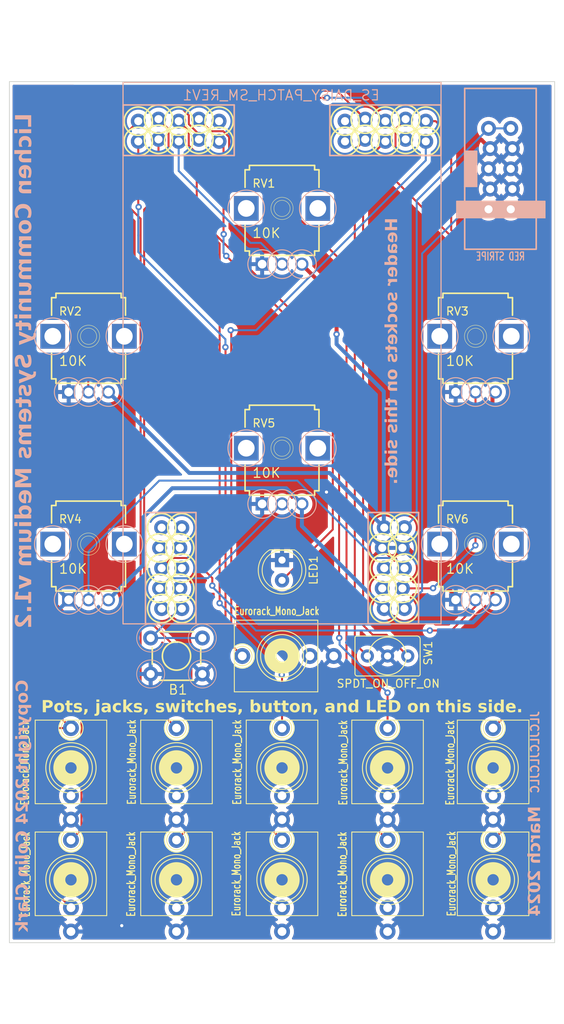
<source format=kicad_pcb>
(kicad_pcb (version 20221018) (generator pcbnew)
  (title_block (title "Lichen Medium") (date "2024-01-07") (rev "1.0") (company "Lichen Community Systems") (comment 1 "Copyright 2024 Colin Clark"))
  (layers (0 "F.Cu" signal) (31 "B.Cu" signal) (34 "B.Paste" user) (35 "F.Paste" user) (36 "B.SilkS" user "B.Silkscreen") (37 "F.SilkS" user "F.Silkscreen") (38 "B.Mask" user) (39 "F.Mask" user) (44 "Edge.Cuts" user))
  (net 0 "")
  (net 1 "BUTTON")
  (net 2 "GND")
  (net 3 "CV_IN_1")
  (net 5 "CV_IN_2")
  (net 7 "CV_IN_3")
  (net 9 "CV_IN_6")
  (net 11 "CV_IN_5")
  (net 13 "CV_IN_4")
  (net 15 "AUDIO_IN_L")
  (net 17 "AUDIO_IN_R")
  (net 18 "AUDIO_OUT_L")
  (net 20 "AUDIO_OUT_R")
  (net 24 "POT_CV_6")
  (net 26 "POT_CV_5")
  (net 31 "POT_CV_1")
  (net 32 "POT_CV_2")
  (net 33 "CV_OUT_LED")
  (net 37 "SWITCH_ON_LEFT")
  (net 38 "SWITCH_ON_RIGHT")
  (net 40 "-12V")
  (net 41 "+3.3V")
  (net 42 "POT_CV_3")
  (net 44 "POT_CV_4")
  (net 46 "+12V")
  (net 47 "+5V")
  (net 48 "GATEIN")
  (footprint "winterbloom:AudioJack_WQP518MA" (layer "F.Cu") (at 161.95 210.43)
    (fp_text reference "J10")
    (fp_text value "Eurorack_Mono_Jack" (at -5.24 -0.77 270) (layer "F.SilkS") (effects (font (size 1 0.7) (thickness 0.153) bold)))
    (pad "S" thru_hole circle (at 0 6.5) (size 2 2) (drill 1.1) (layers "*.Cu" "*.Mask") (net 2 "GND"))
    (pad "T" thru_hole circle (at 0 -5) (size 2 2) (drill 1.1) (layers "*.Cu" "*.Mask") (net 20 "AUDIO_OUT_R"))
    (pad "TN" thru_hole circle (at 0 3.5) (size 2 2) (drill 1.1) (layers "*.Cu" "*.Mask"))
    (zone (net 0) (net_name "") (layer "F.Cu") (connect_pads (clearance 0)) (min_thickness 0.254)
      (keepout (tracks not_allowed) (vias not_allowed) (pads not_allowed) (copperpour not_allowed) (footprints not_allowed))
      (fill (thermal_gap 0.508) (thermal_bridge_width 0.508))
      (polygon (pts (xy 162.45 209.68) (xy 162.75 209.98) (xy 162.85 210.43) (xy 162.75 210.88) (xy 162.45 211.23) (xy 161.95 211.33) (xy 161.45 211.23) (xy 161.15 210.88) (xy 161.05 210.43) (xy 161.15 209.98) (xy 161.45 209.68) (xy 161.95 209.53)))
    )
  )
  (footprint "winterbloom:AudioJack_WQP518MA" (layer "F.Cu") (at 135.4 182.321 90)
    (fp_text reference "J11")
    (fp_text value "Eurorack_Mono_Jack" (at 5.651 -0.66 180) (layer "F.SilkS") (effects (font (size 1 0.7) (thickness 0.153) bold)))
    (pad "S" thru_hole circle (at 0 6.5 90) (size 2 2) (drill 1.1) (layers "*.Cu" "*.Mask") (net 2 "GND"))
    (pad "T" thru_hole circle (at 0 -5 90) (size 2 2) (drill 1.1) (layers "*.Cu" "*.Mask") (net 48 "GATEIN"))
    (pad "TN" thru_hole circle (at 0 3.5 90) (size 2 2) (drill 1.1) (layers "*.Cu" "*.Mask"))
    (zone (net 0) (net_name "") (layer "F.Cu") (connect_pads (clearance 0)) (min_thickness 0.254)
      (keepout (tracks not_allowed) (vias not_allowed) (pads not_allowed) (copperpour not_allowed) (footprints not_allowed))
      (fill (thermal_gap 0.508) (thermal_bridge_width 0.508))
      (polygon (pts (xy 134.65 181.821) (xy 134.95 181.521) (xy 135.4 181.421) (xy 135.85 181.521) (xy 136.2 181.821) (xy 136.3 182.321) (xy 136.2 182.821) (xy 135.85 183.121) (xy 135.4 183.221) (xy 134.95 183.121) (xy 134.65 182.821) (xy 134.5 182.321)))
    )
  )
  (footprint "ES_Daisy_Patch_SM_FB_Rev1:9MM_SNAP-IN_POT_SILK" (layer "F.Cu") (at 111.063 168.265)
    (fp_text reference "RV4" (at -3.81 -2.54) (layer "F.SilkS") (effects (font (size 1.01346 1.01346) (thickness 0.153)) (justify left bottom)))
    (fp_text value "10K" (at -3.81 3.81) (layer "F.SilkS") (effects (font (size 1.2065 1.2065) (thickness 0.153)) (justify left bottom)))
    (pad "1" thru_hole rect (at -2.5 7 270) (size 1.65 1.65) (drill 1.1) (layers "*.Cu" "*.Mask") (net 2 "GND"))
    (pad "2" thru_hole circle (at 0 7 270) (size 1.65 1.65) (drill 1.1) (layers "*.Cu" "*.Mask") (net 44 "POT_CV_4"))
    (pad "3" thru_hole circle (at 2.5 7 270) (size 1.65 1.65) (drill 1.1) (layers "*.Cu" "*.Mask") (net 41 "+3.3V"))
    (pad "CHASSIS1" thru_hole rect (at -4.5 0 270) (size 3.116 3.116) (drill 2.1) (layers "*.Cu" "*.Mask"))
    (pad "CHASSIS2" thru_hole rect (at 4.5 0 270) (size 3.116 3.116) (drill 2.1) (layers "*.Cu" "*.Mask"))
  )
  (footprint "winterbloom:AudioJack_WQP518MA" (layer "F.Cu") (at 122.125 210.43)
    (fp_text reference "J4")
    (fp_text value "Eurorack_Mono_Jack" (at -5.715 -0.71 270) (layer "F.SilkS") (effects (font (size 1 0.7) (thickness 0.153) bold)))
    (pad "S" thru_hole circle (at 0 6.5) (size 2 2) (drill 1.1) (layers "*.Cu" "*.Mask") (net 2 "GND"))
    (pad "T" thru_hole circle (at 0 -5) (size 2 2) (drill 1.1) (layers "*.Cu" "*.Mask") (net 9 "CV_IN_6"))
    (pad "TN" thru_hole circle (at 0 3.5) (size 2 2) (drill 1.1) (layers "*.Cu" "*.Mask"))
    (zone (net 0) (net_name "") (layer "F.Cu") (connect_pads (clearance 0)) (min_thickness 0.254)
      (keepout (tracks not_allowed) (vias not_allowed) (pads not_allowed) (copperpour not_allowed) (footprints not_allowed))
      (fill (thermal_gap 0.508) (thermal_bridge_width 0.508))
      (polygon (pts (xy 122.625 209.68) (xy 122.925 209.98) (xy 123.025 210.43) (xy 122.925 210.88) (xy 122.625 211.23) (xy 122.125 211.33) (xy 121.625 211.23) (xy 121.325 210.88) (xy 121.225 210.43) (xy 121.325 209.98) (xy 121.625 209.68) (xy 122.125 209.53)))
    )
  )
  (footprint "winterbloom:AudioJack_WQP518MA" (layer "F.Cu") (at 108.85 210.43)
    (fp_text reference "J8")
    (fp_text value "Eurorack_Mono_Jack" (at -5.69 -0.69 270) (layer "F.SilkS") (effects (font (size 1 0.7) (thickness 0.153) bold)))
    (pad "S" thru_hole circle (at 0 6.5) (size 2 2) (drill 1.1) (layers "*.Cu" "*.Mask") (net 2 "GND"))
    (pad "T" thru_hole circle (at 0 -5) (size 2 2) (drill 1.1) (layers "*.Cu" "*.Mask") (net 17 "AUDIO_IN_R"))
    (pad "TN" thru_hole circle (at 0 3.5) (size 2 2) (drill 1.1) (layers "*.Cu" "*.Mask") (net 15 "AUDIO_IN_L"))
    (zone (net 0) (net_name "") (layer "F.Cu") (connect_pads (clearance 0)) (min_thickness 0.254)
      (keepout (tracks not_allowed) (vias not_allowed) (pads not_allowed) (copperpour not_allowed) (footprints not_allowed))
      (fill (thermal_gap 0.508) (thermal_bridge_width 0.508))
      (polygon (pts (xy 109.35 209.68) (xy 109.65 209.98) (xy 109.75 210.43) (xy 109.65 210.88) (xy 109.35 211.23) (xy 108.85 211.33) (xy 108.35 211.23) (xy 108.05 210.88) (xy 107.95 210.43) (xy 108.05 209.98) (xy 108.35 209.68) (xy 108.85 209.53)))
    )
  )
  (footprint "ES_Daisy_Patch_SM_FB_Rev1:9MM_SNAP-IN_POT_SILK" (layer "F.Cu") (at 111.063 142.163)
    (fp_text reference "RV2" (at -3.81 -2.54) (layer "F.SilkS") (effects (font (size 1.01346 1.01346) (thickness 0.153)) (justify left bottom)))
    (fp_text value "10K" (at -3.81 3.81) (layer "F.SilkS") (effects (font (size 1.2065 1.2065) (thickness 0.153)) (justify left bottom)))
    (pad "1" thru_hole rect (at -2.5 7 270) (size 1.65 1.65) (drill 1.1) (layers "*.Cu" "*.Mask") (net 2 "GND"))
    (pad "2" thru_hole circle (at 0 7 270) (size 1.65 1.65) (drill 1.1) (layers "*.Cu" "*.Mask") (net 32 "POT_CV_2"))
    (pad "3" thru_hole circle (at 2.5 7 270) (size 1.65 1.65) (drill 1.1) (layers "*.Cu" "*.Mask") (net 47 "+5V"))
    (pad "CHASSIS1" thru_hole rect (at -4.5 0 270) (size 3.116 3.116) (drill 2.1) (layers "*.Cu" "*.Mask"))
    (pad "CHASSIS2" thru_hole rect (at 4.5 0 270) (size 3.116 3.116) (drill 2.1) (layers "*.Cu" "*.Mask"))
  )
  (footprint "ES_Daisy_Patch_SM_FB_Rev1:9MM_SNAP-IN_POT_SILK" (layer "F.Cu") (at 159.737 168.265)
    (fp_text reference "RV6" (at -3.81 -2.54) (layer "F.SilkS") (effects (font (size 1.01346 1.01346) (thickness 0.153)) (justify left bottom)))
    (fp_text value "10K" (at -3.81 3.81) (layer "F.SilkS") (effects (font (size 1.2065 1.2065) (thickness 0.153)) (justify left bottom)))
    (pad "1" thru_hole rect (at -2.5 7 270) (size 1.65 1.65) (drill 1.1) (layers "*.Cu" "*.Mask") (net 2 "GND"))
    (pad "2" thru_hole circle (at 0 7 270) (size 1.65 1.65) (drill 1.1) (layers "*.Cu" "*.Mask") (net 24 "POT_CV_6"))
    (pad "3" thru_hole circle (at 2.5 7 270) (size 1.65 1.65) (drill 1.1) (layers "*.Cu" "*.Mask") (net 41 "+3.3V"))
    (pad "CHASSIS1" thru_hole rect (at -4.5 0 270) (size 3.116 3.116) (drill 2.1) (layers "*.Cu" "*.Mask"))
    (pad "CHASSIS2" thru_hole rect (at 4.5 0 270) (size 3.116 3.116) (drill 2.1) (layers "*.Cu" "*.Mask"))
  )
  (footprint "winterbloom:AudioJack_WQP518MA" (layer "F.Cu") (at 135.4 210.43)
    (fp_text reference "J5")
    (fp_text value "Eurorack_Mono_Jack" (at -5.75 -0.77 270) (layer "F.SilkS") (effects (font (size 1 0.7) (thickness 0.153) bold)))
    (pad "S" thru_hole circle (at 0 6.5) (size 2 2) (drill 1.1) (layers "*.Cu" "*.Mask") (net 2 "GND"))
    (pad "T" thru_hole circle (at 0 -5) (size 2 2) (drill 1.1) (layers "*.Cu" "*.Mask") (net 11 "CV_IN_5"))
    (pad "TN" thru_hole circle (at 0 3.5) (size 2 2) (drill 1.1) (layers "*.Cu" "*.Mask"))
    (zone (net 0) (net_name "") (layer "F.Cu") (connect_pads (clearance 0)) (min_thickness 0.254)
      (keepout (tracks not_allowed) (vias not_allowed) (pads not_allowed) (copperpour not_allowed) (footprints not_allowed))
      (fill (thermal_gap 0.508) (thermal_bridge_width 0.508))
      (polygon (pts (xy 135.9 209.68) (xy 136.2 209.98) (xy 136.3 210.43) (xy 136.2 210.88) (xy 135.9 211.23) (xy 135.4 211.33) (xy 134.9 211.23) (xy 134.6 210.88) (xy 134.5 210.43) (xy 134.6 209.98) (xy 134.9 209.68) (xy 135.4 209.53)))
    )
  )
  (footprint "winterbloom:AudioJack_WQP518MA" (layer "F.Cu") (at 148.675 210.43)
    (fp_text reference "J6")
    (fp_text value "Eurorack_Mono_Jack" (at -5.685 -0.69 270) (layer "F.SilkS") (effects (font (size 1 0.7) (thickness 0.167) bold)))
    (pad "S" thru_hole circle (at 0 6.5) (size 2 2) (drill 1.1) (layers "*.Cu" "*.Mask") (net 2 "GND"))
    (pad "T" thru_hole circle (at 0 -5) (size 2 2) (drill 1.1) (layers "*.Cu" "*.Mask") (net 13 "CV_IN_4"))
    (pad "TN" thru_hole circle (at 0 3.5) (size 2 2) (drill 1.1) (layers "*.Cu" "*.Mask"))
    (zone (net 0) (net_name "") (layer "F.Cu") (connect_pads (clearance 0)) (min_thickness 0.254)
      (keepout (tracks not_allowed) (vias not_allowed) (pads not_allowed) (copperpour not_allowed) (footprints not_allowed))
      (fill (thermal_gap 0.508) (thermal_bridge_width 0.508))
      (polygon (pts (xy 149.175 209.68) (xy 149.475 209.98) (xy 149.575 210.43) (xy 149.475 210.88) (xy 149.175 211.23) (xy 148.675 211.33) (xy 148.175 211.23) (xy 147.875 210.88) (xy 147.775 210.43) (xy 147.875 209.98) (xy 148.175 209.68) (xy 148.675 209.53)))
    )
  )
  (footprint "winterbloom:AudioJack_WQP518MA" (layer "F.Cu") (at 161.95 196.375)
    (fp_text reference "J9")
    (fp_text value "Eurorack_Mono_Jack" (at -5.41 -0.655 270) (layer "F.SilkS") (effects (font (size 1 0.7) (thickness 0.153) bold)))
    (pad "S" thru_hole circle (at 0 6.5) (size 2 2) (drill 1.1) (layers "*.Cu" "*.Mask") (net 2 "GND"))
    (pad "T" thru_hole circle (at 0 -5) (size 2 2) (drill 1.1) (layers "*.Cu" "*.Mask") (net 18 "AUDIO_OUT_L"))
    (pad "TN" thru_hole circle (at 0 3.5) (size 2 2) (drill 1.1) (layers "*.Cu" "*.Mask"))
    (zone (net 0) (net_name "") (layer "F.Cu") (connect_pads (clearance 0)) (min_thickness 0.254)
      (keepout (tracks not_allowed) (vias not_allowed) (pads not_allowed) (copperpour not_allowed) (footprints not_allowed))
      (fill (thermal_gap 0.508) (thermal_bridge_width 0.508))
      (polygon (pts (xy 162.45 195.625) (xy 162.75 195.925) (xy 162.85 196.375) (xy 162.75 196.825) (xy 162.45 197.175) (xy 161.95 197.275) (xy 161.45 197.175) (xy 161.15 196.825) (xy 161.05 196.375) (xy 161.15 195.925) (xy 161.45 195.625) (xy 161.95 195.475)))
    )
  )
  (footprint "winterbloom:AudioJack_WQP518MA" (layer "F.Cu") (at 135.4 196.375)
    (fp_text reference "J2")
    (fp_text value "Eurorack_Mono_Jack" (at -5.65 -0.715 270) (layer "F.SilkS") (effects (font (size 1 0.7) (thickness 0.153) bold)))
    (pad "S" thru_hole circle (at 0 6.5) (size 2 2) (drill 1.1) (layers "*.Cu" "*.Mask") (net 2 "GND"))
    (pad "T" thru_hole circle (at 0 -5) (size 2 2) (drill 1.1) (layers "*.Cu" "*.Mask") (net 5 "CV_IN_2"))
    (pad "TN" thru_hole circle (at 0 3.5) (size 2 2) (drill 1.1) (layers "*.Cu" "*.Mask"))
    (zone (net 0) (net_name "") (layer "F.Cu") (connect_pads (clearance 0)) (min_thickness 0.254)
      (keepout (tracks not_allowed) (vias not_allowed) (pads not_allowed) (copperpour not_allowed) (footprints not_allowed))
      (fill (thermal_gap 0.508) (thermal_bridge_width 0.508))
      (polygon (pts (xy 135.9 195.625) (xy 136.2 195.925) (xy 136.3 196.375) (xy 136.2 196.825) (xy 135.9 197.175) (xy 135.4 197.275) (xy 134.9 197.175) (xy 134.6 196.825) (xy 134.5 196.375) (xy 134.6 195.925) (xy 134.9 195.625) (xy 135.4 195.475)))
    )
  )
  (footprint "ES_Daisy_Patch_SM_FB_Rev1:TL1105SPF250Q_SILK" (layer "F.Cu") (at 122.125 182.321)
    (fp_text reference "B1" (at -1.095 4.939 180) (layer "F.SilkS") (effects (font (size 1.2065 1.2065) (thickness 0.153)) (justify left bottom)))
    (fp_text value "TAC_SWITCH_PTH" hide)
    (pad "1" thru_hole circle (at -3.2512 -2.2606) (size 1.8796 1.8796) (drill 1.016) (layers "*.Cu" "*.Mask") (net 1 "BUTTON"))
    (pad "2" thru_hole circle (at 3.2512 -2.2606) (size 1.8796 1.8796) (drill 1.016) (layers "*.Cu" "*.Mask") (net 1 "BUTTON"))
    (pad "3" thru_hole circle (at -3.2512 2.2606) (size 1.8796 1.8796) (drill 1.016) (layers "*.Cu" "*.Mask") (net 2 "GND"))
    (pad "4" thru_hole circle (at 3.2512 2.2606) (size 1.8796 1.8796) (drill 1.016) (layers "*.Cu" "*.Mask") (net 2 "GND"))
  )
  (footprint "LED_THT:LED_D5.0mm_Clear" (layer "F.Cu") (at 135.4 170.274 -90)
    (fp_text reference "LED1" (at 1.27 -3.96 90) (layer "F.SilkS"))
    (fp_text value "WHITE")
    (pad "1" thru_hole rect (at 0 0 270) (size 1.8 1.8) (drill 0.9) (layers "*.Cu" "*.Mask") (net 2 "GND"))
    (pad "2" thru_hole circle (at 2.54 0 270) (size 1.8 1.8) (drill 0.9) (layers "*.Cu" "*.Mask") (net 33 "CV_OUT_LED"))
  )
  (footprint "ES_Daisy_Patch_SM_FB_Rev1:9MM_SNAP-IN_POT_SILK" (layer "F.Cu") (at 135.4 156.219)
    (fp_text reference "RV5" (at -3.81 -2.54) (layer "F.SilkS") (effects (font (size 1.01346 1.01346) (thickness 0.153)) (justify left bottom)))
    (fp_text value "10K" (at -3.81 3.81) (layer "F.SilkS") (effects (font (size 1.2065 1.2065) (thickness 0.153)) (justify left bottom)))
    (pad "1" thru_hole rect (at -2.5 7 270) (size 1.65 1.65) (drill 1.1) (layers "*.Cu" "*.Mask") (net 2 "GND"))
    (pad "2" thru_hole circle (at 0 7 270) (size 1.65 1.65) (drill 1.1) (layers "*.Cu" "*.Mask") (net 26 "POT_CV_5"))
    (pad "3" thru_hole circle (at 2.5 7 270) (size 1.65 1.65) (drill 1.1) (layers "*.Cu" "*.Mask") (net 41 "+3.3V"))
    (pad "CHASSIS1" thru_hole rect (at -4.5 0 270) (size 3.116 3.116) (drill 2.1) (layers "*.Cu" "*.Mask"))
    (pad "CHASSIS2" thru_hole rect (at 4.5 0 270) (size 3.116 3.116) (drill 2.1) (layers "*.Cu" "*.Mask"))
  )
  (footprint "winterbloom:AudioJack_WQP518MA" (layer "F.Cu") (at 148.675 196.375)
    (fp_text reference "J3")
    (fp_text value "Eurorack_Mono_Jack" (at -5.585 -0.655 270) (layer "F.SilkS") (effects (font (size 1 0.7) (thickness 0.153) bold)))
    (pad "S" thru_hole circle (at 0 6.5) (size 2 2) (drill 1.1) (layers "*.Cu" "*.Mask") (net 2 "GND"))
    (pad "T" thru_hole circle (at 0 -5) (size 2 2) (drill 1.1) (layers "*.Cu" "*.Mask") (net 7 "CV_IN_3"))
    (pad "TN" thru_hole circle (at 0 3.5) (size 2 2) (drill 1.1) (layers "*.Cu" "*.Mask"))
    (zone (net 0) (net_name "") (layer "F.Cu") (connect_pads (clearance 0)) (min_thickness 0.254)
      (keepout (tracks not_allowed) (vias not_allowed) (pads not_allowed) (copperpour not_allowed) (footprints not_allowed))
      (fill (thermal_gap 0.508) (thermal_bridge_width 0.508))
      (polygon (pts (xy 149.175 195.625) (xy 149.475 195.925) (xy 149.575 196.375) (xy 149.475 196.825) (xy 149.175 197.175) (xy 148.675 197.275) (xy 148.175 197.175) (xy 147.875 196.825) (xy 147.775 196.375) (xy 147.875 195.925) (xy 148.175 195.625) (xy 148.675 195.475)))
    )
  )
  (footprint "winterbloom:AudioJack_WQP518MA" (layer "F.Cu") (at 122.125 196.375)
    (fp_text reference "J1")
    (fp_text value "Eurorack_Mono_Jack" (at -5.635 -0.735 270) (layer "F.SilkS") (effects (font (size 1 0.7) (thickness 0.153) bold)))
    (pad "S" thru_hole circle (at 0 6.5) (size 2 2) (drill 1.1) (layers "*.Cu" "*.Mask") (net 2 "GND"))
    (pad "T" thru_hole circle (at 0 -5) (size 2 2) (drill 1.1) (layers "*.Cu" "*.Mask") (net 3 "CV_IN_1"))
    (pad "TN" thru_hole circle (at 0 3.5) (size 2 2) (drill 1.1) (layers "*.Cu" "*.Mask"))
    (zone (net 0) (net_name "") (layer "F.Cu") (connect_pads (clearance 0)) (min_thickness 0.254)
      (keepout (tracks not_allowed) (vias not_allowed) (pads not_allowed) (copperpour not_allowed) (footprints not_allowed))
      (fill (thermal_gap 0.508) (thermal_bridge_width 0.508))
      (polygon (pts (xy 122.625 195.625) (xy 122.925 195.925) (xy 123.025 196.375) (xy 122.925 196.825) (xy 122.625 197.175) (xy 122.125 197.275) (xy 121.625 197.175) (xy 121.325 196.825) (xy 121.225 196.375) (xy 121.325 195.925) (xy 121.625 195.625) (xy 122.125 195.475)))
    )
  )
  (footprint "ES_Daisy_Patch_SM_FB_Rev1:9MM_SNAP-IN_POT_SILK" (layer "F.Cu") (at 135.4 126.102)
    (fp_text reference "RV1" (at -3.81 -2.54) (layer "F.SilkS") (effects (font (size 1.01346 1.01346) (thickness 0.153)) (justify left bottom)))
    (fp_text value "10K" (at -3.81 3.81) (layer "F.SilkS") (effects (font (size 1.2065 1.2065) (thickness 0.153)) (justify left bottom)))
    (pad "1" thru_hole rect (at -2.5 7 270) (size 1.65 1.65) (drill 1.1) (layers "*.Cu" "*.Mask") (net 2 "GND"))
    (pad "2" thru_hole circle (at 0 7 270) (size 1.65 1.65) (drill 1.1) (layers "*.Cu" "*.Mask") (net 31 "POT_CV_1"))
    (pad "3" thru_hole circle (at 2.5 7 270) (size 1.65 1.65) (drill 1.1) (layers "*.Cu" "*.Mask") (net 47 "+5V"))
    (pad "CHASSIS1" thru_hole rect (at -4.5 0 270) (size 3.116 3.116) (drill 2.1) (layers "*.Cu" "*.Mask"))
    (pad "CHASSIS2" thru_hole rect (at 4.5 0 270) (size 3.116 3.116) (drill 2.1) (layers "*.Cu" "*.Mask"))
  )
  (footprint "winterbloom:AudioJack_WQP518MA" (layer "F.Cu") (at 108.85 196.375)
    (fp_text reference "J7")
    (fp_text value "Eurorack_Mono_Jack" (at -5.79 -0.655 270) (layer "F.SilkS") (effects (font (size 1 0.7) (thickness 0.153) bold)))
    (pad "S" thru_hole circle (at 0 6.5) (size 2 2) (drill 1.1) (layers "*.Cu" "*.Mask") (net 2 "GND"))
    (pad "T" thru_hole circle (at 0 -5) (size 2 2) (drill 1.1) (layers "*.Cu" "*.Mask") (net 15 "AUDIO_IN_L"))
    (pad "TN" thru_hole circle (at 0 3.5) (size 2 2) (drill 1.1) (layers "*.Cu" "*.Mask"))
    (zone (net 0) (net_name "") (layer "F.Cu") (connect_pads (clearance 0)) (min_thickness 0.254)
      (keepout (tracks not_allowed) (vias not_allowed) (pads not_allowed) (copperpour not_allowed) (footprints not_allowed))
      (fill (thermal_gap 0.508) (thermal_bridge_width 0.508))
      (polygon (pts (xy 109.35 195.625) (xy 109.65 195.925) (xy 109.75 196.375) (xy 109.65 196.825) (xy 109.35 197.175) (xy 108.85 197.275) (xy 108.35 197.175) (xy 108.05 196.825) (xy 107.95 196.375) (xy 108.05 195.925) (xy 108.35 195.625) (xy 108.85 195.475)))
    )
  )
  (footprint "PCM_4ms_Switch:Switch_Toggle_SPDT_SubMini" (layer "F.Cu") (at 148.675 182.321 90)
    (fp_text reference "SW1" (at -1.259 5.685 270) (layer "F.SilkS") (effects (justify left bottom)))
    (fp_text value "SPDT_ON_OFF_ON" (at -4.049 -6.485 180) (layer "F.SilkS") (effects (justify left bottom)))
    (pad "1" thru_hole circle (at 0 -2.54 90) (size 1.651 1.651) (drill 0.889) (layers "*.Cu" "*.Mask") (net 37 "SWITCH_ON_LEFT"))
    (pad "2" thru_hole circle (at 0 0 90) (size 1.651 1.651) (drill 0.889) (layers "*.Cu" "*.Mask") (net 2 "GND"))
    (pad "3" thru_hole circle (at 0 2.54 90) (size 1.651 1.651) (drill 0.889) (layers "*.Cu" "*.Mask") (net 38 "SWITCH_ON_RIGHT"))
  )
  (footprint "ES_Daisy_Patch_SM_FB_Rev1:9MM_SNAP-IN_POT_SILK" (layer "F.Cu") (at 159.737 142.163)
    (fp_text reference "RV3" (at -3.81 -2.54) (layer "F.SilkS") (effects (font (size 1.01346 1.01346) (thickness 0.153)) (justify left bottom)))
    (fp_text value "10K" (at -3.81 3.81) (layer "F.SilkS") (effects (font (size 1.2065 1.2065) (thickness 0.153)) (justify left bottom)))
    (pad "1" thru_hole rect (at -2.5 7 270) (size 1.65 1.65) (drill 1.1) (layers "*.Cu" "*.Mask") (net 2 "GND"))
    (pad "2" thru_hole circle (at 0 7 270) (size 1.65 1.65) (drill 1.1) (layers "*.Cu" "*.Mask") (net 42 "POT_CV_3"))
    (pad "3" thru_hole circle (at 2.5 7 270) (size 1.65 1.65) (drill 1.1) (layers "*.Cu" "*.Mask") (net 41 "+3.3V"))
    (pad "CHASSIS1" thru_hole rect (at -4.5 0 270) (size 3.116 3.116) (drill 2.1) (layers "*.Cu" "*.Mask"))
    (pad "CHASSIS2" thru_hole rect (at 4.5 0 270) (size 3.116 3.116) (drill 2.1) (layers "*.Cu" "*.Mask"))
  )
  (footprint "ES_Daisy_Patch_SM_FB_Rev1:ES_DAISY_PATCH_SM_REV1" (layer "F.Cu") (at 135.4 144.283 90)
    (fp_text reference "MCU1" hide)
    (fp_text value "ES_DAISY_PATCH_SM_REV1" (at 32.393 -0.12) (layer "B.SilkS") (effects (font (size 1.27 1.27)) (justify mirror)))
    (pad "A1" thru_hole circle (at -32.08 15.397) (size 1.8796 1.8796) (drill 1.016) (layers "*.Cu" "*.Mask") (net 40 "-12V"))
    (pad "A2" thru_hole circle (at -29.54 15.143) (size 1.8796 1.8796) (drill 1.016) (layers "*.Cu" "*.Mask") (net 42 "POT_CV_3"))
    (pad "A3" thru_hole circle (at -27 15.397) (size 1.8796 1.8796) (drill 1.016) (layers "*.Cu" "*.Mask") (net 44 "POT_CV_4"))
    (pad "A4" thru_hole circle (at -24.46 15.143) (size 1.8796 1.8796) (drill 1.016) (layers "*.Cu" "*.Mask") (net 2 "GND"))
    (pad "A5" thru_hole circle (at -21.92 15.397) (size 1.8796 1.8796) (drill 1.016) (layers "*.Cu" "*.Mask") (net 46 "+12V"))
    (pad "A6" thru_hole circle (at -21.92 12.857) (size 1.8796 1.8796) (drill 1.016) (layers "*.Cu" "*.Mask") (net 47 "+5V"))
    (pad "A7" thru_hole circle (at -24.46 12.603) (size 1.8796 1.8796) (drill 1.016) (layers "*.Cu" "*.Mask") (net 2 "GND"))
    (pad "A8" thru_hole circle (at -27 12.857) (size 1.8796 1.8796) (drill 1.016) (layers "*.Cu" "*.Mask"))
    (pad "A9" thru_hole circle (at -29.54 12.603) (size 1.8796 1.8796) (drill 1.016) (layers "*.Cu" "*.Mask"))
    (pad "A10" thru_hole circle (at -32.08 12.857) (size 1.8796 1.8796) (drill 1.016) (layers "*.Cu" "*.Mask") (net 41 "+3.3V"))
    (pad "B1" thru_hole circle (at 29.143 18.08 270) (size 1.8796 1.8796) (drill 1.016) (layers "*.Cu" "*.Mask") (net 20 "AUDIO_OUT_R"))
    (pad "B2" thru_hole circle (at 29.397 15.54 270) (size 1.8796 1.8796) (drill 1.016) (layers "*.Cu" "*.Mask") (net 18 "AUDIO_OUT_L"))
    (pad "B3" thru_hole circle (at 29.143 13 270) (size 1.8796 1.8796) (drill 1.016) (layers "*.Cu" "*.Mask") (net 17 "AUDIO_IN_R"))
    (pad "B4" thru_hole circle (at 29.397 10.46 270) (size 1.8796 1.8796) (drill 1.016) (layers "*.Cu" "*.Mask") (net 15 "AUDIO_IN_L"))
    (pad "B5" thru_hole circle (at 29.143 7.92 270) (size 1.8796 1.8796) (drill 1.016) (layers "*.Cu" "*.Mask"))
    (pad "B6" thru_hole circle (at 26.603 7.92 270) (size 1.8796 1.8796) (drill 1.016) (layers "*.Cu" "*.Mask"))
    (pad "B7" thru_hole circle (at 26.857 10.46 270) (size 1.8796 1.8796) (drill 1.016) (layers "*.Cu" "*.Mask") (net 37 "SWITCH_ON_LEFT"))
    (pad "B8" thru_hole circle (at 26.603 13 270) (size 1.8796 1.8796) (drill 1.016) (layers "*.Cu" "*.Mask") (net 38 "SWITCH_ON_RIGHT"))
    (pad "B9" thru_hole circle (at 26.857 15.54 270) (size 1.8796 1.8796) (drill 1.016) (layers "*.Cu" "*.Mask"))
    (pad "B10" thru_hole circle (at 26.603 18.08 270) (size 1.8796 1.8796) (drill 1.016) (layers "*.Cu" "*.Mask") (net 48 "GATEIN"))
    (pad "C1" thru_hole circle (at 29.143 -7.92 270) (size 1.8796 1.8796) (drill 1.016) (layers "*.Cu" "*.Mask"))
    (pad "C2" thru_hole circle (at 29.397 -10.46 270) (size 1.8796 1.8796) (drill 1.016) (layers "*.Cu" "*.Mask") (net 13 "CV_IN_4"))
    (pad "C3" thru_hole circle (at 29.143 -13 270) (size 1.8796 1.8796) (drill 1.016) (layers "*.Cu" "*.Mask") (net 7 "CV_IN_3"))
    (pad "C4" thru_hole circle (at 29.397 -15.54 270) (size 1.8796 1.8796) (drill 1.016) (layers "*.Cu" "*.Mask") (net 5 "CV_IN_2"))
    (pad "C5" thru_hole circle (at 29.143 -18.08 270) (size 1.8796 1.8796) (drill 1.016) (layers "*.Cu" "*.Mask") (net 3 "CV_IN_1"))
    (pad "C6" thru_hole circle (at 26.603 -18.08 270) (size 1.8796 1.8796) (drill 1.016) (layers "*.Cu" "*.Mask") (net 11 "CV_IN_5"))
    (pad "C7" thru_hole circle (at 26.857 -15.54 270) (size 1.8796 1.8796) (drill 1.016) (layers "*.Cu" "*.Mask") (net 9 "CV_IN_6"))
    (pad "C8" thru_hole circle (at 26.603 -13 270) (size 1.8796 1.8796) (drill 1.016) (layers "*.Cu" "*.Mask") (net 31 "POT_CV_1"))
    (pad "C9" thru_hole circle (at 26.857 -10.46 270) (size 1.8796 1.8796) (drill 1.016) (layers "*.Cu" "*.Mask") (net 32 "POT_CV_2"))
    (pad "C10" thru_hole circle (at 26.603 -7.92 270) (size 1.8796 1.8796) (drill 1.016) (layers "*.Cu" "*.Mask") (net 33 "CV_OUT_LED"))
    (pad "D1" thru_hole circle (at -32.08 -12.603) (size 1.8796 1.8796) (drill 1.016) (layers "*.Cu" "*.Mask") (net 1 "BUTTON"))
    (pad "D2" thru_hole circle (at -29.54 -12.857) (size 1.8796 1.8796) (drill 1.016) (layers "*.Cu" "*.Mask"))
    (pad "D3" thru_hole circle (at -27 -12.603) (size 1.8796 1.8796) (drill 1.016) (layers "*.Cu" "*.Mask"))
    (pad "D4" thru_hole circle (at -24.46 -12.857) (size 1.8796 1.8796) (drill 1.016) (layers "*.Cu" "*.Mask"))
    (pad "D5" thru_hole circle (at -21.92 -12.603) (size 1.8796 1.8796) (drill 1.016) (layers "*.Cu" "*.Mask"))
    (pad "D6" thru_hole circle (at -21.92 -15.143) (size 1.8796 1.8796) (drill 1.016) (layers "*.Cu" "*.Mask"))
    (pad "D7" thru_hole circle (at -24.46 -15.397) (size 1.8796 1.8796) (drill 1.016) (layers "*.Cu" "*.Mask"))
    (pad "D8" thru_hole circle (at -27 -15.143) (size 1.8796 1.8796) (drill 1.016) (layers "*.Cu" "*.Mask") (net 24 "POT_CV_6"))
    (pad "D9" thru_hole circle (at -29.54 -15.397) (size 1.8796 1.8796) (drill 1.016) (layers "*.Cu" "*.Mask") (net 26 "POT_CV_5"))
    (pad "D10" thru_hole circle (at -32.08 -15.143) (size 1.8796 1.8796) (drill 1.016) (layers "*.Cu" "*.Mask"))
  )
  (footprint "winterbloom:Eurorack_Power_2x5_Shrouded_Lock" (layer "B.Cu") (at 161.4776 126.21 90)
    (fp_text reference "PWR1" hide)
    (fp_text value "Eurorack_Power" hide)
    (fp_text user "RED STRIPE" (at -5.92 1.387) (layer "B.SilkS") (effects (font (size 1 0.7) (thickness 0.153) bold) (justify mirror)))
    (pad "1" thru_hole circle (at 0 -0.1016) (size 1.8796 1.8796) (drill 1.016) (layers "*.Cu" "*.Mask") (net 40 "-12V"))
    (pad "2" thru_hole circle (at 0 2.6924) (size 1.8796 1.8796) (drill 1.016) (layers "*.Cu" "*.Mask") (net 40 "-12V"))
    (pad "3" thru_hole circle (at 2.54 0.1016) (size 1.8796 1.8796) (drill 1.016) (layers "*.Cu" "*.Mask") (net 2 "GND"))
    (pad "4" thru_hole circle (at 2.54 2.8956) (size 1.8796 1.8796) (drill 1.016) (layers "*.Cu" "*.Mask") (net 2 "GND"))
    (pad "5" thru_hole circle (at 5.08 -0.1016) (size 1.8796 1.8796) (drill 1.016) (layers "*.Cu" "*.Mask") (net 2 "GND"))
    (pad "6" thru_hole circle (at 5.08 2.6924) (size 1.8796 1.8796) (drill 1.016) (layers "*.Cu" "*.Mask") (net 2 "GND"))
    (pad "7" thru_hole circle (at 7.62 0.1016) (size 1.8796 1.8796) (drill 1.016) (layers "*.Cu" "*.Mask") (net 2 "GND"))
    (pad "8" thru_hole circle (at 7.62 2.8956) (size 1.8796 1.8796) (drill 1.016) (layers "*.Cu" "*.Mask") (net 2 "GND"))
    (pad "9" thru_hole circle (at 10.16 -0.1016) (size 1.8796 1.8796) (drill 1.016) (layers "*.Cu" "*.Mask") (net 46 "+12V"))
    (pad "10" thru_hole circle (at 10.16 2.6924) (size 1.8796 1.8796) (drill 1.016) (layers "*.Cu" "*.Mask") (net 46 "+12V"))
  )
  (gr_rect (start 101.11 110.17) (end 169.69 218.33) (stroke (width 0.1)) (fill none) (layer "Edge.Cuts"))
  (gr_text "March 2024" (at 168.11 201.17 90) (layer "B.SilkS") (effects (font (size 1.5 1.5) (thickness 0.2) bold) (justify left bottom mirror)))
  (gr_text "Lichen Community Systems Medium v1.2\n" (at 104.19 114.14 90) (layer "B.SilkS") (effects (font (size 2 2) (thickness 0.25) bold) (justify left bottom mirror)))
  (gr_text "Copyright 2024 Colin Clark" (at 103.67 185.31 90) (layer "B.SilkS") (effects (font (size 1.5 1.5) (thickness 0.25) bold) (justify left bottom mirror)))
  (gr_text "Header sockets on this side." (at 150.13 127.27 90) (layer "B.SilkS") (effects (font (size 1.5 1.5) (thickness 0.25) bold) (justify left bottom mirror)))
  (gr_text "JLCJLCJLCJLC" (at 167.8 189.13 90) (layer "B.SilkS") (effects (font (size 1 1) (thickness 0.2) bold) (justify left bottom mirror)))
  (gr_text "Pots, jacks, switches, button, and LED on this side." (at 135.4 188.76) (layer "F.SilkS") (effects (font (size 1.5 1.5) (thickness 0.3) bold)))
  (segment (start 118.8738 180.0604) (end 125.3762 180.0604) (width 0.25) (layer "B.Cu") (net 1))
  (segment (start 122.5712 176.363) (end 122.797 176.363) (width 0.25) (layer "B.Cu") (net 1))
  (segment (start 118.8738 180.0604) (end 122.5712 176.363) (width 0.25) (layer "B.Cu") (net 1))
  (segment (start 157.065 174.605) (end 151.203 168.743) (width 0.5) (layer "F.Cu") (net 2))
  (segment (start 157.065 175.265) (end 157.065 174.605) (width 0.5) (layer "F.Cu") (net 2))
  (segment (start 157.237 175.265) (end 157.065 175.265) (width 0.25) (layer "F.Cu") (net 2))
  (segment (start 151.203 168.743) (end 150.543 168.743) (width 0.5) (layer "F.Cu") (net 2))
  (via (at 140.99 161.73) (size 0.8) (drill 0.4) (layers "F.Cu" "B.Cu") (net 2))
  (via (at 115.24 216.19) (size 0.8) (drill 0.4) (layers "F.Cu" "B.Cu") (net 2))
  (segment (start 140.99 161.73) (end 148.003 168.743) (width 0.5) (layer "B.Cu") (net 2))
  (segment (start 148.003 168.743) (end 150.543 168.743) (width 0.5) (layer "B.Cu") (net 2))
  (segment (start 114.5 216.93) (end 115.24 216.19) (width 0.5) (layer "B.Cu") (net 2))
  (segment (start 108.85 216.93) (end 114.5 216.93) (width 0.5) (layer "B.Cu") (net 2))
  (segment (start 114.95 117.51) (end 117.32 115.14) (width 0.25) (layer "F.Cu") (net 3))
  (segment (start 114.95 124.73) (end 114.95 117.51) (width 0.25) (layer "F.Cu") (net 3))
  (segment (start 122.125 191.375) (end 117.609 186.859) (width 0.25) (layer "F.Cu") (net 3))
  (segment (start 117.609 186.859) (end 117.609 127.389) (width 0.25) (layer "F.Cu") (net 3))
  (segment (start 117.609 127.389) (end 114.95 124.73) (width 0.25) (layer "F.Cu") (net 3))
  (segment (start 127.55 175.68) (end 127.55 130.544016) (width 0.25) (layer "F.Cu") (net 5))
  (segment (start 135.4 184.72) (end 135.36 184.68) (width 0.25) (layer "F.Cu") (net 5))
  (segment (start 121.1248 124.118816) (end 121.1248 116.1508) (width 0.25) (layer "F.Cu") (net 5))
  (segment (start 135.36 184.68) (end 135.4 184.64) (width 0.25) (layer "F.Cu") (net 5))
  (segment (start 135.4 184.64) (end 135.4 184.61) (width 0.25) (layer "F.Cu") (net 5))
  (segment (start 121.1248 116.1508) (end 119.86 114.886) (width 0.25) (layer "F.Cu") (net 5))
  (segment (start 127.5 175.6) (end 127.55 175.68) (width 0.25) (layer "F.Cu") (net 5))
  (segment (start 127.55 130.544016) (end 121.1248 124.118816) (width 0.25) (layer "F.Cu") (net 5))
  (segment (start 135.4 191.375) (end 135.4 184.72) (width 0.25) (layer "F.Cu") (net 5))
  (via (at 135.36 184.68) (size 0.8) (drill 0.4) (layers "F.Cu" "B.Cu") (net 5))
  (via (at 127.55 175.68) (size 0.8) (drill 0.4) (layers "F.Cu" "B.Cu") (net 5))
  (segment (start 135.4 183.54) (end 127.66 175.8) (width 0.25) (layer "B.Cu") (net 5))
  (segment (start 135.4 184.61) (end 135.4 183.54) (width 0.25) (layer "B.Cu") (net 5))
  (segment (start 124.67 119.207278) (end 123.6648 118.202078) (width 0.25) (layer "F.Cu") (net 7))
  (segment (start 124.67 127.02762) (end 124.67 119.207278) (width 0.25) (layer "F.Cu") (net 7))
  (segment (start 148.675 186.935) (end 148.67 186.93) (width 0.25) (layer "F.Cu") (net 7))
  (segment (start 142.6 180.05) (end 142.58 180.03) (width 0.25) (layer "F.Cu") (net 7))
  (segment (start 142.58 180.03) (end 142.58 144.93762) (width 0.25) (layer "F.Cu") (net 7))
  (segment (start 123.6648 118.202078) (end 123.6648 116.4048) (width 0.25) (layer "F.Cu") (net 7))
  (segment (start 148.675 191.375) (end 148.675 186.935) (width 0.25) (layer "F.Cu") (net 7))
  (segment (start 142.58 144.93762) (end 124.67 127.02762) (width 0.25) (layer "F.Cu") (net 7))
  (segment (start 142.64 179.94) (end 142.6 180.05) (width 0.25) (layer "F.Cu") (net 7))
  (segment (start 123.6648 116.4048) (end 122.4 115.14) (width 0.25) (layer "F.Cu") (net 7))
  (via (at 148.67 186.93) (size 0.8) (drill 0.4) (layers "F.Cu" "B.Cu") (net 7))
  (via (at 142.6 180.05) (size 0.8) (drill 0.4) (layers "F.Cu" "B.Cu") (net 7))
  (segment (start 142.64 180.9) (end 142.64 180.19) (width 0.25) (layer "B.Cu") (net 7))
  (segment (start 148.67 186.93) (end 142.64 180.9) (width 0.25) (layer "B.Cu") (net 7))
  (segment (start 124 183.23) (end 118.059 177.289) (width 0.25) (layer "F.Cu") (net 9))
  (segment (start 124 203.555) (end 124 183.23) (width 0.25) (layer "F.Cu") (net 9))
  (segment (start 119.86 124.445305) (end 119.86 117.426) (width 0.25) (layer "F.Cu") (net 9))
  (segment (start 118.059 126.246305) (end 119.86 124.445305) (width 0.25) (layer "F.Cu") (net 9))
  (segment (start 118.059 177.289) (end 118.059 126.246305) (width 0.25) (layer "F.Cu") (net 9))
  (segment (start 122.125 205.43) (end 124 203.555) (width 0.25) (layer "F.Cu") (net 9))
  (segment (start 135.4 205.43) (end 128.29 198.32) (width 0.25) (layer "F.Cu") (net 11))
  (segment (start 117.32 125.88) (end 117.32 117.68) (width 0.25) (layer "F.Cu") (net 11))
  (segment (start 128.29 198.32) (end 128.29 143.69) (width 0.25) (layer "F.Cu") (net 11))
  (via (at 128.28 143.53) (size 0.8) (drill 0.4) (layers "F.Cu" "B.Cu") (net 11))
  (via (at 117.36 125.92) (size 0.8) (drill 0.4) (layers "F.Cu" "B.Cu") (net 11))
  (segment (start 117.36 125.92) (end 117.32 125.88) (width 0.25) (layer "B.Cu") (net 11))
  (segment (start 128.28 143.53) (end 128.28 142.54) (width 0.25) (layer "B.Cu") (net 11))
  (segment (start 117.32 129.55) (end 117.32 125.96) (width 0.25) (layer "B.Cu") (net 11))
  (segment (start 117.32 125.96) (end 117.36 125.92) (width 0.25) (layer "B.Cu") (net 11))
  (segment (start 117.32 131.58) (end 117.32 129.42) (width 0.25) (layer "B.Cu") (net 11))
  (segment (start 128.28 142.54) (end 117.32 131.58) (width 0.25) (layer "B.Cu") (net 11))
  (segment (start 128.28 143.38) (end 128.28 143.53) (width 0.25) (layer "B.Cu") (net 11))
  (segment (start 128.7448 118.56842) (end 128.7448 117.137226) (width 0.25) (layer "F.Cu") (net 13))
  (segment (start 143.51 133.33362) (end 128.7448 118.56842) (width 0.25) (layer "F.Cu") (net 13))
  (segment (start 126.463561 116.409561) (end 124.94 114.886) (width 0.25) (layer "F.Cu") (net 13))
  (segment (start 148.675 205.43) (end 143.51 200.265) (width 0.25) (layer "F.Cu") (net 13))
  (segment (start 128.017135 116.409561) (end 126.463561 116.409561) (width 0.25) (layer "F.Cu") (net 13))
  (segment (start 143.51 200.265) (end 143.51 133.33362) (width 0.25) (layer "F.Cu") (net 13))
  (segment (start 128.7448 117.137226) (end 128.017135 116.409561) (width 0.25) (layer "F.Cu") (net 13))
  (segment (start 107.285 191.375) (end 108.85 191.375) (width 0.25) (layer "F.Cu") (net 15))
  (segment (start 105.4 193.26) (end 107.285 191.375) (width 0.25) (layer "F.Cu") (net 15))
  (segment (start 108.85 213.93) (end 105.4 210.48) (width 0.25) (layer "F.Cu") (net 15))
  (segment (start 108.85 191.375) (end 102.76 185.285) (width 0.25) (layer "F.Cu") (net 15))
  (segment (start 142.294 111.32) (end 145.86 114.886) (width 0.25) (layer "F.Cu") (net 15))
  (segment (start 102.76 118.14) (end 109.58 111.32) (width 0.25) (layer "F.Cu") (net 15))
  (segment (start 109.58 111.32) (end 142.294 111.32) (width 0.25) (layer "F.Cu") (net 15))
  (segment (start 105.4 210.48) (end 105.4 193.26) (width 0.25) (layer "F.Cu") (net 15))
  (segment (start 102.76 185.285) (end 102.76 118.14) (width 0.25) (layer "F.Cu") (net 15))
  (segment (start 110.175 178.98662) (end 104.15 172.96162) (width 0.25) (layer "F.Cu") (net 17))
  (segment (start 110.175 204.105) (end 110.175 178.98662) (width 0.25) (layer "F.Cu") (net 17))
  (segment (start 141.06 112.2) (end 141.08 112.22) (width 0.25) (layer "F.Cu") (net 17))
  (segment (start 104.15 172.96162) (end 104.15 118.74) (width 0.25) (layer "F.Cu") (net 17))
  (segment (start 104.15 118.74) (end 110.67 112.22) (width 0.25) (layer "F.Cu") (net 17))
  (segment (start 110.67 112.22) (end 141.04 112.22) (width 0.25) (layer "F.Cu") (net 17))
  (segment (start 108.85 205.43) (end 110.175 204.105) (width 0.25) (layer "F.Cu") (net 17))
  (segment (start 141.04 112.22) (end 141.06 112.2) (width 0.25) (layer "F.Cu") (net 17))
  (via (at 141.06 112.2) (size 0.8) (drill 0.4) (layers "F.Cu" "B.Cu") (net 17))
  (segment (start 141.06 112.2) (end 145.46 112.2) (width 0.25) (layer "B.Cu") (net 17))
  (segment (start 145.46 112.2) (end 148.4 115.14) (width 0.25) (layer "B.Cu") (net 17))
  (segment (start 166.55 186.775) (end 166.55 139.49) (width 0.25) (layer "F.Cu") (net 18))
  (segment (start 149.6752 116.1508) (end 150.94 114.886) (width 0.25) (layer "F.Cu") (net 18))
  (segment (start 149.6752 122.6152) (end 149.6752 116.1508) (width 0.25) (layer "F.Cu") (net 18))
  (segment (start 161.95 191.375) (end 166.55 186.775) (width 0.25) (layer "F.Cu") (net 18))
  (segment (start 166.55 139.49) (end 149.6752 122.6152) (width 0.25) (layer "F.Cu") (net 18))
  (segment (start 167.17 139.3) (end 156.68 128.81) (width 0.25) (layer "F.Cu") (net 20))
  (segment (start 156.68 128.81) (end 156.68 117.1) (width 0.25) (layer "F.Cu") (net 20))
  (segment (start 167.17 200.21) (end 167.17 139.3) (width 0.25) (layer "F.Cu") (net 20))
  (segment (start 161.95 205.43) (end 167.17 200.21) (width 0.25) (layer "F.Cu") (net 20))
  (segment (start 156.68 117.1) (end 154.72 115.14) (width 0.25) (layer "F.Cu") (net 20))
  (segment (start 154.72 115.14) (end 153.48 115.14) (width 0.25) (layer "F.Cu") (net 20))
  (segment (start 153.99 179.12) (end 154.07 179.12) (width 0.25) (layer "F.Cu") (net 24))
  (segment (start 159.737 176.085481) (end 156.702481 179.12) (width 0.25) (layer "F.Cu") (net 24))
  (segment (start 159.737 175.265) (end 159.737 176.085481) (width 0.25) (layer "F.Cu") (net 24))
  (segment (start 124.1 170.01) (end 121.53 170.01) (width 0.25) (layer "F.Cu") (net 24))
  (segment (start 126.63 173.48) (end 126.63 172.54) (width 0.25) (layer "F.Cu") (net 24))
  (segment (start 121.53 170.01) (end 120.257 171.283) (width 0.25) (layer "F.Cu") (net 24))
  (segment (start 156.702481 179.12) (end 153.99 179.12) (width 0.25) (layer "F.Cu") (net 24))
  (segment (start 126.63 172.54) (end 124.1 170.01) (width 0.25) (layer "F.Cu") (net 24))
  (via (at 153.99 179.12) (size 0.8) (drill 0.4) (layers "F.Cu" "B.Cu") (net 24))
  (via (at 126.63 173.48) (size 0.8) (drill 0.4) (layers "F.Cu" "B.Cu") (net 24))
  (segment (start 126.63 173.48) (end 126.49 173.48) (width 0.25) (layer "B.Cu") (net 24))
  (segment (start 132.13 179.12) (end 126.63 173.62) (width 0.25) (layer "B.Cu") (net 24))
  (segment (start 153.99 179.12) (end 132.13 179.12) (width 0.25) (layer "B.Cu") (net 24))
  (segment (start 126.63 173.62) (end 126.63 173.48) (width 0.25) (layer "B.Cu") (net 24))
  (segment (start 126.49 173.48) (end 126.54 173.53) (width 0.25) (layer "B.Cu") (net 24))
  (segment (start 121.276 172.55) (end 120.003 173.823) (width 0.25) (layer "B.Cu") (net 26))
  (segment (start 126.069 172.55) (end 121.276 172.55) (width 0.25) (layer "B.Cu") (net 26))
  (segment (start 135.4 163.219) (end 126.069 172.55) (width 0.25) (layer "B.Cu") (net 26))
  (segment (start 135.354 133.054) (end 132.73 130.43) (width 0.25) (layer "B.Cu") (net 31))
  (segment (start 132.73 130.43) (end 131.44 130.43) (width 0.25) (layer "B.Cu") (net 31))
  (segment (start 131.44 130.43) (end 122.4 121.39) (width 0.25) (layer "B.Cu") (net 31))
  (segment (start 135.354 133.102) (end 135.354 133.054) (width 0.25) (layer "B.Cu") (net 31))
  (segment (start 122.4 121.39) (end 122.4 117.68) (width 0.25) (layer "B.Cu") (net 31))
  (segment (start 111.03 149.13) (end 111.03 116.17) (width 0.25) (layer "F.Cu") (net 32))
  (segment (start 124.94 116.78) (end 124.94 117.426) (width 0.25) (layer "F.Cu") (net 32))
  (segment (start 114.15 113.05) (end 122.32 113.05) (width 0.25) (layer "F.Cu") (net 32))
  (segment (start 123.6752 114.4052) (end 123.6752 115.5152) (width 0.25) (layer "F.Cu") (net 32))
  (segment (start 111.03 116.17) (end 114.15 113.05) (width 0.25) (layer "F.Cu") (net 32))
  (segment (start 122.32 113.05) (end 123.6752 114.4052) (width 0.25) (layer "F.Cu") (net 32))
  (segment (start 123.6752 115.5152) (end 124.94 116.78) (width 0.25) (layer "F.Cu") (net 32))
  (segment (start 111.063 149.163) (end 111.03 149.13) (width 0.25) (layer "F.Cu") (net 32))
  (segment (start 141.783 145.463) (end 128.39 132.07) (width 0.25) (layer "F.Cu") (net 33))
  (segment (start 128.39 132.07) (end 128.45 132.13) (width 0.25) (layer "F.Cu") (net 33))
  (segment (start 141.783 166.431) (end 141.783 145.463) (width 0.25) (layer "F.Cu") (net 33))
  (segment (start 128.04 129.32) (end 128.04 118.24) (width 0.25) (layer "F.Cu") (net 33))
  (segment (start 135.4 172.814) (end 141.783 166.431) (width 0.25) (layer "F.Cu") (net 33))
  (via (at 128.06 129.34) (size 0.8) (drill 0.4) (layers "F.Cu" "B.Cu") (net 33))
  (via (at 128.39 132.07) (size 0.8) (drill 0.4) (layers "F.Cu" "B.Cu") (net 33))
  (segment (start 128.04 118.24) (end 127.48 117.68) (width 0.25) (layer "B.Cu") (net 33))
  (segment (start 128.06 129.34) (end 128.04 129.32) (width 0.25) (layer "B.Cu") (net 33))
  (segment (start 128.04 129.36) (end 128.06 129.34) (width 0.25) (layer "B.Cu") (net 33))
  (segment (start 128.04 131.72) (end 128.04 129.36) (width 0.25) (layer "B.Cu") (net 33))
  (segment (start 128.39 132.07) (end 128.04 131.72) (width 0.25) (layer "B.Cu") (net 33))
  (segment (start 144.55 118.736) (end 145.86 117.426) (width 0.25) (layer "F.Cu") (net 37))
  (segment (start 146.135 182.321) (end 144.55 180.736) (width 0.25) (layer "F.Cu") (net 37))
  (segment (start 144.55 180.736) (end 144.55 118.736) (width 0.25) (layer "F.Cu") (net 37))
  (segment (start 151.215 182.321) (end 148.554 179.66) (width 0.25) (layer "F.Cu") (net 38))
  (segment (start 145.6 120.48) (end 148.4 117.68) (width 0.25) (layer "F.Cu") (net 38))
  (segment (start 148.554 179.66) (end 146.81 179.66) (width 0.25) (layer "F.Cu") (net 38))
  (segment (start 145.6 178.45) (end 145.6 120.48) (width 0.25) (layer "F.Cu") (net 38))
  (segment (start 146.81 179.66) (end 145.6 178.45) (width 0.25) (layer "F.Cu") (net 38))
  (segment (start 153.02 131.77) (end 153.02 174.14) (width 0.25) (layer "B.Cu") (net 40))
  (segment (start 153.02 174.14) (end 150.797 176.363) (width 0.25) (layer "B.Cu") (net 40))
  (segment (start 161.376 126.21) (end 164.17 126.21) (width 0.25) (layer "B.Cu") (net 40))
  (segment (start 161.376 126.21) (end 158.58 126.21) (width 0.25) (layer "B.Cu") (net 40))
  (segment (start 158.58 126.21) (end 153.02 131.77) (width 0.25) (layer "B.Cu") (net 40))
  (segment (start 161.87 149.53) (end 161.87 174.898) (width 0.5) (layer "F.Cu") (net 41))
  (segment (start 161.87 174.898) (end 162.237 175.265) (width 0.5) (layer "F.Cu") (net 41))
  (segment (start 162.237 149.163) (end 161.87 149.53) (width 0.5) (layer "F.Cu") (net 41))
  (segment (start 149.994 178.1) (end 148.257 176.363) (width 0.5) (layer "B.Cu") (net 41))
  (segment (start 162.237 175.265) (end 159.402 178.1) (width 0.5) (layer "B.Cu") (net 41))
  (segment (start 117.99 164.85) (end 121.59 161.25) (width 0.5) (layer "B.Cu") (net 41))
  (segment (start 137.9 163.219) (end 137.9 166.006) (width 0.5) (layer "B.Cu") (net 41))
  (segment (start 137.9 166.006) (end 148.257 176.363) (width 0.5) (layer "B.Cu") (net 41))
  (segment (start 113.563 175.265) (end 117.99 170.838) (width 0.5) (layer "B.Cu") (net 41))
  (segment (start 159.402 178.1) (end 149.994 178.1) (width 0.5) (layer "B.Cu") (net 41))
  (segment (start 117.99 170.838) (end 117.99 164.85) (width 0.5) (layer "B.Cu") (net 41))
  (segment (start 121.59 161.25) (end 135.931 161.25) (width 0.5) (layer "B.Cu") (net 41))
  (segment (start 135.931 161.25) (end 137.9 163.219) (width 0.5) (layer "B.Cu") (net 41))
  (segment (start 159.737 168.403) (end 159.72 168.42) (width 0.25) (layer "F.Cu") (net 42))
  (segment (start 154.4 173.8) (end 154.39 173.8) (width 0.25) (layer "F.Cu") (net 42))
  (segment (start 154.4 173.79) (end 154.4 173.8) (width 0.25) (layer "F.Cu") (net 42))
  (segment (start 159.72 168.42) (end 159.737 168.437) (width 0.25) (layer "F.Cu") (net 42))
  (segment (start 159.737 168.437) (end 159.737 168.453) (width 0.25) (layer "F.Cu") (net 42))
  (segment (start 154.367 173.823) (end 150.543 173.823) (width 0.25) (layer "F.Cu") (net 42))
  (segment (start 154.39 173.8) (end 154.367 173.823) (width 0.25) (layer "F.Cu") (net 42))
  (segment (start 159.737 149.163) (end 159.737 168.403) (width 0.25) (layer "F.Cu") (net 42))
  (via (at 154.4 173.8) (size 0.8) (drill 0.4) (layers "F.Cu" "B.Cu") (net 42))
  (via (at 159.72 168.42) (size 0.8) (drill 0.4) (layers "F.Cu" "B.Cu") (net 42))
  (segment (start 159.737 168.453) (end 154.4 173.79) (width 0.25) (layer "B.Cu") (net 42))
  (segment (start 149.524 170.01) (end 150.797 171.283) (width 0.25) (layer "B.Cu") (net 44))
  (segment (start 111.063 169.18938) (end 119.96238 160.29) (width 0.25) (layer "B.Cu") (net 44))
  (segment (start 137.32 160.29) (end 147.04 170.01) (width 0.25) (layer "B.Cu") (net 44))
  (segment (start 111.063 175.265) (end 111.063 169.18938) (width 0.25) (layer "B.Cu") (net 44))
  (segment (start 119.96238 160.29) (end 137.32 160.29) (width 0.25) (layer "B.Cu") (net 44))
  (segment (start 147.04 170.01) (end 149.524 170.01) (width 0.25) (layer "B.Cu") (net 44))
  (segment (start 152.34 164.66) (end 150.797 166.203) (width 0.25) (layer "B.Cu") (net 46))
  (segment (start 161.376 116.05) (end 164.17 116.05) (width 0.25) (layer "B.Cu") (net 46))
  (segment (start 161.376 116.05) (end 161.376 116.064) (width 0.25) (layer "B.Cu") (net 46))
  (segment (start 152.34 125.1) (end 152.34 164.66) (width 0.25) (layer "B.Cu") (net 46))
  (segment (start 161.376 116.064) (end 152.34 125.1) (width 0.25) (layer "B.Cu") (net 46))
  (segment (start 142.26 141.91) (end 142.28 141.91) (width 0.25) (layer "F.Cu") (net 47))
  (segment (start 142.26 137.508) (end 142.26 141.91) (width 0.5) (layer "F.Cu") (net 47))
  (segment (start 137.854 133.102) (end 142.26 137.508) (width 0.5) (layer "F.Cu") (net 47))
  (via (at 142.26 141.91) (size 0.8) (drill 0.4) (layers "F.Cu" "B.Cu") (net 47))
  (segment (start 141.384 159.33) (end 148.257 166.203) (width 0.5) (layer "B.Cu") (net 47))
  (segment (start 113.563 149.163) (end 123.73 159.33) (width 0.5) (layer "B.Cu") (net 47))
  (segment (start 142.26 143.15) (end 148.2 149.09) (width 0.5) (layer "B.Cu") (net 47))
  (segment (start 142.26 141.91) (end 142.26 143.15) (width 0.5) (layer "B.Cu") (net 47))
  (segment (start 148.2 166.146) (end 148.257 166.203) (width 0.5) (layer "B.Cu") (net 47))
  (segment (start 148.2 149.09) (end 148.2 166.146) (width 0.5) (layer "B.Cu") (net 47))
  (segment (start 123.73 159.33) (end 141.384 159.33) (width 0.5) (layer "B.Cu") (net 47))
  (segment (start 129.017 180.938) (end 129.017 141.427) (width 0.25) (layer "F.Cu") (net 48))
  (segment (start 128.94 141.4) (end 128.94 141.35) (width 0.25) (layer "F.Cu") (net 48))
  (segment (start 129.017 141.427) (end 128.99 141.4) (width 0.25) (layer "F.Cu") (net 48))
  (segment (start 128.99 141.4) (end 128.94 141.4) (width 0.25) (layer "F.Cu") (net 48))
  (segment (start 128.94 141.35) (end 128.94 141.35) (width 0.25) (layer "F.Cu") (net 48))
  (segment (start 130.4 182.321) (end 129.017 180.938) (width 0.25) (layer "F.Cu") (net 48))
  (via (at 128.94 141.4) (size 0.8) (drill 0.4) (layers "F.Cu" "B.Cu") (net 48))
  (segment (start 128.94 141.4) (end 132.15 141.4) (width 0.25) (layer "B.Cu") (net 48))
  (segment (start 153.48 120.07) (end 153.48 117.68) (width 0.25) (layer "B.Cu") (net 48))
  (segment (start 132.15 141.4) (end 153.48 120.07) (width 0.25) (layer "B.Cu") (net 48))
  (zone (net 2) (net_name "GND") (layers "F&B.Cu") (name "Ground Pour") (connect_pads (clearance 0.5)) (min_thickness 0.25) (fill yes (thermal_gap 0.5) (thermal_bridge_width 0.5))
    (polygon (pts (xy 101.06 110.23) (xy 101.06 218.25) (xy 169.67 218.25) (xy 169.68 218.24) (xy 169.68 110.26) (xy 169.65 110.23)))
  )
  (zone (net 2) (net_name "GND") (layer "B.Cu") (priority 1) (connect_pads (clearance 0.5)) (min_thickness 0.25) (fill yes (thermal_gap 0.5) (thermal_bridge_width 0.5))
    (polygon (pts (xy 101.11 110.17) (xy 101.11 218.33) (xy 169.69 218.33) (xy 169.69 110.17)))
  )
)
</source>
